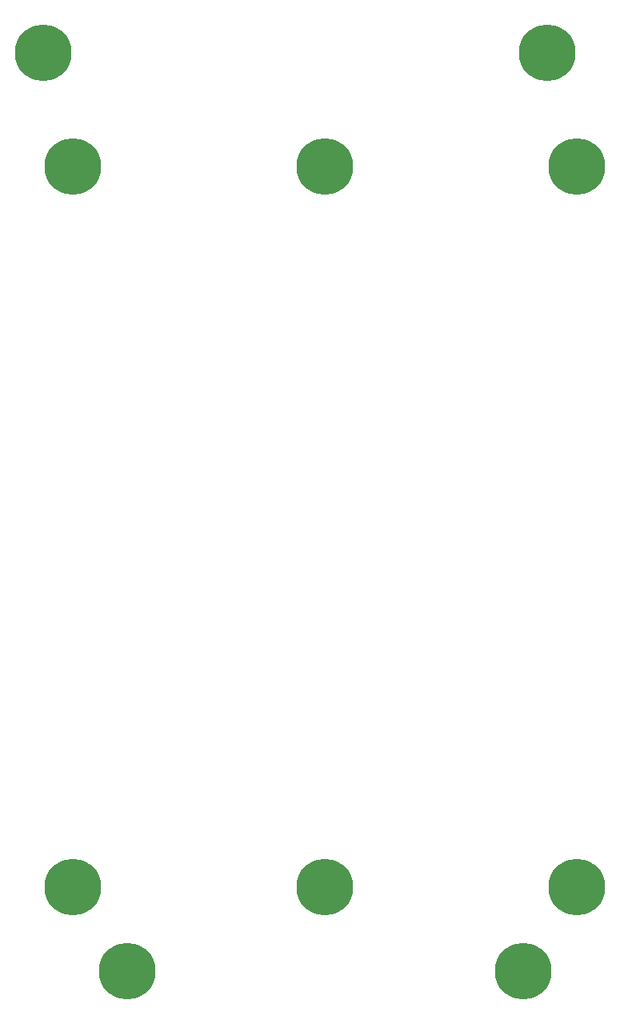
<source format=gbr>
%TF.GenerationSoftware,KiCad,Pcbnew,(6.0.4)*%
%TF.CreationDate,2022-06-04T07:14:15+03:00*%
%TF.ProjectId,TopBottomLateral,546f7042-6f74-4746-9f6d-4c6174657261,rev?*%
%TF.SameCoordinates,Original*%
%TF.FileFunction,Soldermask,Top*%
%TF.FilePolarity,Negative*%
%FSLAX46Y46*%
G04 Gerber Fmt 4.6, Leading zero omitted, Abs format (unit mm)*
G04 Created by KiCad (PCBNEW (6.0.4)) date 2022-06-04 07:14:15*
%MOMM*%
%LPD*%
G01*
G04 APERTURE LIST*
%ADD10C,3.400000*%
%ADD11C,6.000000*%
G04 APERTURE END LIST*
D10*
%TO.C,H10*%
X120015000Y-130175000D03*
D11*
X120015000Y-130175000D03*
%TD*%
%TO.C,H1*%
X63500000Y-41910000D03*
D10*
X63500000Y-41910000D03*
%TD*%
%TO.C,H6*%
X93345000Y-53975000D03*
D11*
X93345000Y-53975000D03*
%TD*%
%TO.C,H7*%
X120015000Y-53975000D03*
D10*
X120015000Y-53975000D03*
%TD*%
D11*
%TO.C,H2*%
X116840000Y-41910000D03*
D10*
X116840000Y-41910000D03*
%TD*%
D11*
%TO.C,H8*%
X66675000Y-130175000D03*
D10*
X66675000Y-130175000D03*
%TD*%
%TO.C,H9*%
X93345000Y-130175000D03*
D11*
X93345000Y-130175000D03*
%TD*%
D10*
%TO.C,H5*%
X66675000Y-53975000D03*
D11*
X66675000Y-53975000D03*
%TD*%
D10*
%TO.C,H3*%
X72390000Y-139065000D03*
D11*
X72390000Y-139065000D03*
%TD*%
%TO.C,H4*%
X114300000Y-139065000D03*
D10*
X114300000Y-139065000D03*
%TD*%
M02*

</source>
